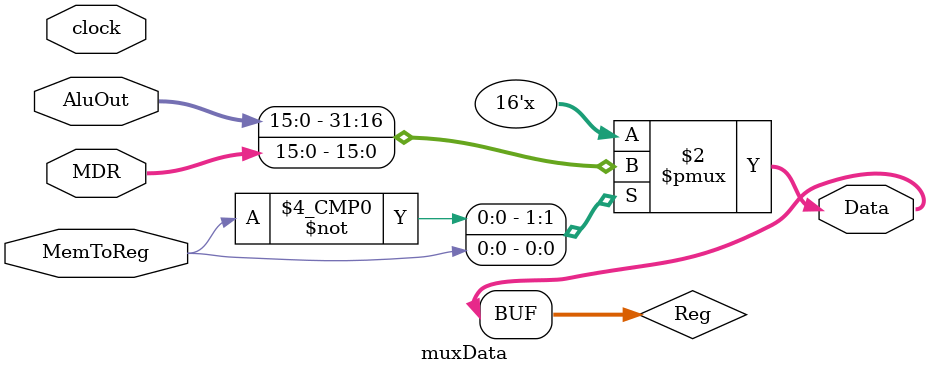
<source format=v>
module muxData (clock, MDR, AluOut,MemToReg, Data);
	input  [15:0]MDR;
	input  [15:0]AluOut;
	input  MemToReg;
	input  clock;
	output [15:0]Data;

	reg [15:0] Reg;


	always@(clock or MDR or AluOut)begin //tava so clock
		/*if(MemToReg == 1'b0) Reg = AluOut;
		else Reg = MDR;*/
		case(MemToReg)
		  1'b0: Reg = AluOut;
		  1'b1: Reg = MDR;
		endcase
		
	end

	assign Data = Reg;

endmodule

</source>
